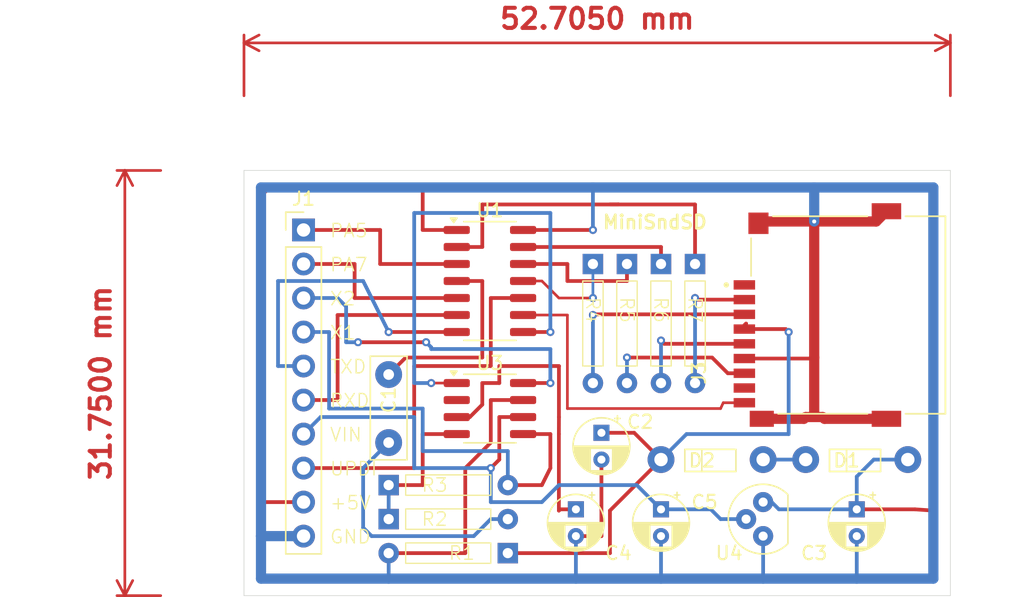
<source format=kicad_pcb>
(kicad_pcb (version 20240108) (generator "pcbnew") (generator_version "8.0")
  (layers (0 "F.Cu" signal) (31 "B.Cu" signal) (34 "B.Paste" user) (35 "F.Paste" user) (36 "B.SilkS" user "B.Silkscreen") (37 "F.SilkS" user "F.Silkscreen") (38 "B.Mask" user) (39 "F.Mask" user) (44 "Edge.Cuts" user))
  (net 0 "")
  (net 1 "Net-(U1-PA6)")
  (net 2 "Net-(C1-Pad2)")
  (net 4 "Net-(J1-Pin_10)")
  (net 5 "Net-(J1-Pin_9)")
  (net 6 "Net-(U3-FC1)")
  (net 7 "Net-(J1-Pin_7)")
  (net 8 "Net-(D1-Pad1)")
  (net 9 "Net-(J3-VDD)")
  (net 10 "Net-(J1-Pin_5)")
  (net 11 "Net-(J1-Pin_6)")
  (net 12 "Net-(J1-Pin_4)")
  (net 13 "Net-(J1-Pin_8)")
  (net 14 "Net-(J1-Pin_2)")
  (net 15 "Net-(J1-Pin_1)")
  (net 16 "Net-(J1-Pin_3)")
  (net 17 "Net-(J3-~{CS})")
  (net 18 "Net-(J3-SCK)")
  (net 19 "Net-(J3-MISO)")
  (net 20 "Net-(J3-MOSI)")
  (net 21 "Net-(U3-Vin)")
  (net 22 "Net-(U1-PB1)")
  (net 25 "Net-(U1-PA1)")
  (net 26 "Net-(U1-PA2)")
  (net 27 "Net-(U1-PA3)")
  (net 28 "Net-(U1-PA4)")
  (net 29 "Net-(J3-DET)")
  (footprint "Capacitor_THT:CP_Radial_D4.0mm_P2.00mm" (layer "F.Cu") (at 138.43 88.17 -90)
    (property "Reference" "C5" (at -0.54 -3.25 180) (layer "F.SilkS"))
    (property "Value" "CP_Small")
    (pad "1" thru_hole rect (at 0 0 270) (size 1.2 1.2) (drill 0.6) (layers "*.Cu" "*.Mask") (net 7 "Net-(J1-Pin_7)"))
    (pad "2" thru_hole circle (at 2 0 270) (size 1.2 1.2) (drill 0.6) (layers "*.Cu" "*.Mask") (net 4 "Net-(J1-Pin_10)"))
  )
  (footprint "0_Footprint:QWSlim" (layer "F.Cu") (at 138.43 69.85 -90)
    (property "Reference" "R6" (at 3.429 0 -90) (layer "F.SilkS") (effects (font (thickness 0.1))))
    (property "Value" "Resistor" (hide yes))
    (pad "1" thru_hole rect (at 0 0 270) (size 1.524 1.524) (drill 0.762) (layers "*.Cu" "*.Mask") (net 27 "Net-(U1-PA3)"))
    (pad "2" thru_hole circle (at 8.89 0 270) (size 1.524 1.524) (drill 0.762) (layers "*.Cu" "*.Mask") (net 18 "Net-(J3-SCK)"))
  )
  (footprint "Connector_PinHeader_2.54mm:PinHeader_1x10_P2.54mm_Vertical" (layer "F.Cu") (at 111.76 67.31)
    (property "Reference" "J1" (at 0 -2.33 0) (layer "F.SilkS"))
    (property "Value" "Conn_01x10_MaleP")
    (pad "1" thru_hole rect (at 0 0) (size 1.7 1.7) (drill 1) (layers "*.Cu" "*.Mask") (net 15 "Net-(J1-Pin_1)"))
    (pad "2" thru_hole oval (at 0 2.54) (size 1.7 1.7) (drill 1) (layers "*.Cu" "*.Mask") (net 14 "Net-(J1-Pin_2)"))
    (pad "3" thru_hole oval (at 0 5.08) (size 1.7 1.7) (drill 1) (layers "*.Cu" "*.Mask") (net 16 "Net-(J1-Pin_3)"))
    (pad "4" thru_hole oval (at 0 7.62) (size 1.7 1.7) (drill 1) (layers "*.Cu" "*.Mask") (net 12 "Net-(J1-Pin_4)"))
    (pad "5" thru_hole oval (at 0 10.16) (size 1.7 1.7) (drill 1) (layers "*.Cu" "*.Mask") (net 10 "Net-(J1-Pin_5)"))
    (pad "6" thru_hole oval (at 0 12.7) (size 1.7 1.7) (drill 1) (layers "*.Cu" "*.Mask") (net 11 "Net-(J1-Pin_6)"))
    (pad "7" thru_hole oval (at 0 15.24) (size 1.7 1.7) (drill 1) (layers "*.Cu" "*.Mask") (net 7 "Net-(J1-Pin_7)"))
    (pad "8" thru_hole oval (at 0 17.78) (size 1.7 1.7) (drill 1) (layers "*.Cu" "*.Mask") (net 13 "Net-(J1-Pin_8)"))
    (pad "9" thru_hole oval (at 0 20.32) (size 1.7 1.7) (drill 1) (layers "*.Cu" "*.Mask") (net 5 "Net-(J1-Pin_9)"))
    (pad "10" thru_hole oval (at 0 22.86) (size 1.7 1.7) (drill 1) (layers "*.Cu" "*.Mask") (net 4 "Net-(J1-Pin_10)"))
  )
  (footprint "0_Footprint:QWSlim" (layer "F.Cu") (at 127 91.44 180)
    (property "Reference" "R1" (at 3.429 0 0) (layer "F.SilkS") (effects (font (thickness 0.1))))
    (property "Value" "Resistor" (hide yes))
    (pad "1" thru_hole rect (at 0 0 180) (size 1.524 1.524) (drill 0.762) (layers "*.Cu" "*.Mask") (net 9 "Net-(J3-VDD)"))
    (pad "2" thru_hole circle (at 8.89 0 180) (size 1.524 1.524) (drill 0.762) (layers "*.Cu" "*.Mask") (net 4 "Net-(J1-Pin_10)"))
  )
  (footprint "0_Footprint:TO-92X" (layer "F.Cu") (at 146.05 90.17 90)
    (property "Reference" "U4" (at -1.27 -2.54 0) (layer "F.SilkS"))
    (property "Value" "MCP1702-5")
    (pad "1" thru_hole circle (at 0 0 90) (size 1.5 1.5) (drill 0.68) (layers "*.Cu" "*.Mask") (net 4 "Net-(J1-Pin_10)"))
    (pad "2" thru_hole circle (at 1.27 -1.27 90) (size 1.5 1.5) (drill 0.68) (layers "*.Cu" "*.Mask") (net 7 "Net-(J1-Pin_7)"))
    (pad "3" thru_hole circle (at 2.54 0 90) (size 1.5 1.5) (drill 0.68) (layers "*.Cu" "*.Mask") (net 5 "Net-(J1-Pin_9)"))
  )
  (footprint "0_Footprint:DO_PWR" (layer "F.Cu") (at 154.305 84.455)
    (property "Reference" "D1" (at -2.032 0.0635 0) (layer "F.SilkS"))
    (property "Value" "1N4004")
    (pad "1" thru_hole circle (at -5.08 0) (size 2 2) (drill 1) (layers "*.Cu" "*.Mask") (net 8 "Net-(D1-Pad1)"))
    (pad "2" thru_hole circle (at 2.54 0) (size 2 2) (drill 1) (layers "*.Cu" "*.Mask") (net 5 "Net-(J1-Pin_9)"))
  )
  (footprint "0_Footprint:DO_PWR" (layer "F.Cu") (at 143.51 84.455)
    (property "Reference" "D2" (at -2.032 0.0635 0) (layer "F.SilkS"))
    (property "Value" "1N4004")
    (pad "1" thru_hole circle (at -5.08 0) (size 2 2) (drill 1) (layers "*.Cu" "*.Mask") (net 9 "Net-(J3-VDD)"))
    (pad "2" thru_hole circle (at 2.54 0) (size 2 2) (drill 1) (layers "*.Cu" "*.Mask") (net 8 "Net-(D1-Pad1)"))
  )
  (footprint "Capacitor_THT:CP_Radial_D4.0mm_P2.00mm" (layer "F.Cu") (at 132.08 88.17 -90)
    (property "Reference" "C4" (at 3.27 -3.175 180) (layer "F.SilkS"))
    (property "Value" "CP_Small")
    (pad "1" thru_hole rect (at 0 0 270) (size 1.2 1.2) (drill 0.6) (layers "*.Cu" "*.Mask") (net 6 "Net-(U3-FC1)"))
    (pad "2" thru_hole circle (at 2 0 270) (size 1.2 1.2) (drill 0.6) (layers "*.Cu" "*.Mask") (net 4 "Net-(J1-Pin_10)"))
  )
  (footprint "Capacitor_THT:CP_Radial_D4.0mm_P2.00mm" (layer "F.Cu") (at 133.985 82.455 -90)
    (property "Reference" "C2" (at -0.8194 -2.8956 180) (layer "F.SilkS"))
    (property "Value" "CP_Small")
    (pad "1" thru_hole rect (at 0 0 270) (size 1.2 1.2) (drill 0.6) (layers "*.Cu" "*.Mask") (net 9 "Net-(J3-VDD)"))
    (pad "2" thru_hole circle (at 2 0 270) (size 1.2 1.2) (drill 0.6) (layers "*.Cu" "*.Mask") (net 4 "Net-(J1-Pin_10)"))
  )
  (footprint "0_Footprint:SD_Micro4A" (layer "F.Cu") (at 152.4 73.66 90)
    (property "Reference" "J3" (at -4.325 -11.135 -90) (layer "F.SilkS"))
    (property "Value" "SD_Micro_SPI")
    (pad "" np_thru_hole circle (at -4.95 3.25 90) (size 1 1) (drill 1) (layers "*.Cu" "*.Mask"))
    (pad "" np_thru_hole circle (at 3.05 3.25 90) (size 1 1) (drill 1) (layers "*.Cu" "*.Mask"))
    (pad "1" smd rect (at 2.25 -7.75 90) (size 0.7 1.6) (layers "F.Cu" "F.Paste" "F.Mask"))
    (pad "2" smd rect (at 1.15 -7.75 90) (size 0.7 1.6) (layers "F.Cu" "F.Paste" "F.Mask") (net 17 "Net-(J3-~{CS})"))
    (pad "3" smd rect (at 0.05 -7.75 90) (size 0.7 1.6) (layers "F.Cu" "F.Paste" "F.Mask") (net 20 "Net-(J3-MOSI)"))
    (pad "4" smd rect (at -1.05 -7.75 90) (size 0.7 1.6) (layers "F.Cu" "F.Paste" "F.Mask") (net 9 "Net-(J3-VDD)"))
    (pad "5" smd rect (at -2.15 -7.75 90) (size 0.7 1.6) (layers "F.Cu" "F.Paste" "F.Mask") (net 18 "Net-(J3-SCK)"))
    (pad "6" smd rect (at -3.25 -7.75 90) (size 0.7 1.6) (layers "F.Cu" "F.Paste" "F.Mask") (net 4 "Net-(J1-Pin_10)"))
    (pad "7" smd rect (at -4.35 -7.75 90) (size 0.7 1.6) (layers "F.Cu" "F.Paste" "F.Mask") (net 19 "Net-(J3-MISO)"))
    (pad "8" smd rect (at -5.45 -7.75 90) (size 0.7 1.6) (layers "F.Cu" "F.Paste" "F.Mask"))
    (pad "9" smd rect (at -6.55 -7.75 90) (size 0.7 1.6) (layers "F.Cu" "F.Paste" "F.Mask") (net 29 "Net-(J3-DET)"))
    (pad "10" smd rect (at -7.75 2.85 90) (size 1.2 2.2) (layers "F.Cu" "F.Paste" "F.Mask") (net 4 "Net-(J1-Pin_10)"))
    (pad "11" smd rect (at -7.75 -6.45 90) (size 1.2 1.8) (layers "F.Cu" "F.Paste" "F.Mask") (net 4 "Net-(J1-Pin_10)"))
    (pad "12" smd rect (at 6.85 -6.7 90) (size 1.6 1.5) (layers "F.Cu" "F.Paste" "F.Mask") (net 4 "Net-(J1-Pin_10)"))
    (pad "13" smd rect (at 7.75 2.85 90) (size 1.2 2.2) (layers "F.Cu" "F.Paste" "F.Mask") (net 4 "Net-(J1-Pin_10)"))
  )
  (footprint "0_Footprint:QWSlim" (layer "F.Cu") (at 118.11 86.36)
    (property "Reference" "R3" (at 3.429 0 0) (layer "F.SilkS") (effects (font (thickness 0.1))))
    (property "Value" "Resistor" (hide yes))
    (pad "1" thru_hole rect (at 0 0) (size 1.524 1.524) (drill 0.762) (layers "*.Cu" "*.Mask") (net 21 "Net-(U3-Vin)"))
    (pad "2" thru_hole circle (at 8.89 0) (size 1.524 1.524) (drill 0.762) (layers "*.Cu" "*.Mask") (net 12 "Net-(J1-Pin_4)"))
  )
  (footprint "0_Footprint:C_Disc1" (layer "F.Cu") (at 118.11 78.105 -90)
    (property "Reference" "C1" (at 1.905 0 90) (layer "F.SilkS"))
    (property "Value" "C_Disc")
    (pad "1" thru_hole circle (at 0 0 270) (size 2 2) (drill 0.8) (layers "*.Cu" "*.Mask") (net 1 "Net-(U1-PA6)"))
    (pad "2" thru_hole circle (at 5.08 0 270) (size 2 2) (drill 0.8) (layers "*.Cu" "*.Mask") (net 2 "Net-(C1-Pad2)"))
  )
  (footprint "Capacitor_THT:CP_Radial_D4.0mm_P2.00mm" (layer "F.Cu") (at 153.035 88.17 -90)
    (property "Reference" "C3" (at 3.27 3.175 180) (layer "F.SilkS"))
    (property "Value" "CP_Small")
    (pad "1" thru_hole rect (at 0 0 270) (size 1.2 1.2) (drill 0.6) (layers "*.Cu" "*.Mask") (net 5 "Net-(J1-Pin_9)"))
    (pad "2" thru_hole circle (at 2 0 270) (size 1.2 1.2) (drill 0.6) (layers "*.Cu" "*.Mask") (net 4 "Net-(J1-Pin_10)"))
  )
  (footprint "Package_SO:SOIC-14_3.9x8.7mm_P1.27mm" (layer "F.Cu") (at 125.665 71.12)
    (property "Reference" "U1" (at 0 -5.28 0) (layer "F.SilkS"))
    (property "Value" "ATtiny1614ss")
    (pad "1" smd roundrect (at -2.475 -3.81) (size 1.95 0.6) (layers "F.Cu" "F.Paste" "F.Mask") (net 5 "Net-(J1-Pin_9)"))
    (pad "2" smd roundrect (at -2.475 -2.54) (size 1.95 0.6) (layers "F.Cu" "F.Paste" "F.Mask") (net 28 "Net-(U1-PA4)"))
    (pad "3" smd roundrect (at -2.475 -1.27) (size 1.95 0.6) (layers "F.Cu" "F.Paste" "F.Mask") (net 15 "Net-(J1-Pin_1)"))
    (pad "4" smd roundrect (at -2.475 0) (size 1.95 0.6) (layers "F.Cu" "F.Paste" "F.Mask") (net 1 "Net-(U1-PA6)"))
    (pad "5" smd roundrect (at -2.475 1.27) (size 1.95 0.6) (layers "F.Cu" "F.Paste" "F.Mask") (net 14 "Net-(J1-Pin_2)"))
    (pad "6" smd roundrect (at -2.475 2.54) (size 1.95 0.6) (layers "F.Cu" "F.Paste" "F.Mask") (net 11 "Net-(J1-Pin_6)"))
    (pad "7" smd roundrect (at -2.475 3.81) (size 1.95 0.6) (layers "F.Cu" "F.Paste" "F.Mask") (net 10 "Net-(J1-Pin_5)"))
    (pad "8" smd roundrect (at 2.475 3.81) (size 1.95 0.6) (layers "F.Cu" "F.Paste" "F.Mask") (net 22 "Net-(U1-PB1)"))
    (pad "9" smd roundrect (at 2.475 2.54) (size 1.95 0.6) (layers "F.Cu" "F.Paste" "F.Mask") (net 29 "Net-(J3-DET)"))
    (pad "10" smd roundrect (at 2.475 1.27) (size 1.95 0.6) (layers "F.Cu" "F.Paste" "F.Mask") (net 13 "Net-(J1-Pin_8)"))
    (pad "11" smd roundrect (at 2.475 0) (size 1.95 0.6) (layers "F.Cu" "F.Paste" "F.Mask") (net 25 "Net-(U1-PA1)"))
    (pad "12" smd roundrect (at 2.475 -1.27) (size 1.95 0.6) (layers "F.Cu" "F.Paste" "F.Mask") (net 26 "Net-(U1-PA2)"))
    (pad "13" smd roundrect (at 2.475 -2.54) (size 1.95 0.6) (layers "F.Cu" "F.Paste" "F.Mask") (net 27 "Net-(U1-PA3)"))
    (pad "14" smd roundrect (at 2.475 -3.81) (size 1.95 0.6) (layers "F.Cu" "F.Paste" "F.Mask") (net 4 "Net-(J1-Pin_10)"))
  )
  (footprint "Package_SO:SOIC-8_3.9x4.9mm_P1.27mm" (layer "F.Cu") (at 125.665 80.645)
    (property "Reference" "U3" (at 0 -3.4 0) (layer "F.SilkS"))
    (property "Value" "MC34119SS")
    (pad "1" smd roundrect (at -2.475 -1.905) (size 1.95 0.6) (layers "F.Cu" "F.Paste" "F.Mask") (net 22 "Net-(U1-PB1)"))
    (pad "2" smd roundrect (at -2.475 -0.635) (size 1.95 0.6) (layers "F.Cu" "F.Paste" "F.Mask"))
    (pad "3" smd roundrect (at -2.475 0.635) (size 1.95 0.6) (layers "F.Cu" "F.Paste" "F.Mask") (net 6 "Net-(U3-FC1)"))
    (pad "4" smd roundrect (at -2.475 1.905) (size 1.95 0.6) (layers "F.Cu" "F.Paste" "F.Mask") (net 21 "Net-(U3-Vin)"))
    (pad "5" smd roundrect (at 2.475 1.905) (size 1.95 0.6) (layers "F.Cu" "F.Paste" "F.Mask") (net 12 "Net-(J1-Pin_4)"))
    (pad "6" smd roundrect (at 2.475 0.635) (size 1.95 0.6) (layers "F.Cu" "F.Paste" "F.Mask") (net 7 "Net-(J1-Pin_7)"))
    (pad "7" smd roundrect (at 2.475 -0.635) (size 1.95 0.6) (layers "F.Cu" "F.Paste" "F.Mask") (net 4 "Net-(J1-Pin_10)"))
    (pad "8" smd roundrect (at 2.475 -1.905) (size 1.95 0.6) (layers "F.Cu" "F.Paste" "F.Mask") (net 16 "Net-(J1-Pin_3)"))
  )
  (footprint "0_Footprint:QWSlim" (layer "F.Cu") (at 140.97 69.85 -90)
    (property "Reference" "R7" (at 3.429 0 -90) (layer "F.SilkS") (effects (font (thickness 0.1))))
    (property "Value" "Resistor" (hide yes))
    (pad "1" thru_hole rect (at 0 0 270) (size 1.524 1.524) (drill 0.762) (layers "*.Cu" "*.Mask") (net 28 "Net-(U1-PA4)"))
    (pad "2" thru_hole circle (at 8.89 0 270) (size 1.524 1.524) (drill 0.762) (layers "*.Cu" "*.Mask") (net 17 "Net-(J3-~{CS})"))
  )
  (footprint "0_Footprint:QWSlim" (layer "F.Cu") (at 135.89 69.85 -90)
    (property "Reference" "R5" (at 3.429 0 -90) (layer "F.SilkS") (effects (font (thickness 0.1))))
    (property "Value" "Resistor" (hide yes))
    (pad "1" thru_hole rect (at 0 0 270) (size 1.524 1.524) (drill 0.762) (layers "*.Cu" "*.Mask") (net 26 "Net-(U1-PA2)"))
    (pad "2" thru_hole circle (at 8.89 0 270) (size 1.524 1.524) (drill 0.762) (layers "*.Cu" "*.Mask") (net 19 "Net-(J3-MISO)"))
  )
  (footprint "0_Footprint:QWSlim" (layer "F.Cu") (at 118.11 88.9)
    (property "Reference" "R2" (at 3.429 0 0) (layer "F.SilkS") (effects (font (thickness 0.1))))
    (property "Value" "Resistor" (hide yes))
    (pad "1" thru_hole rect (at 0 0) (size 1.524 1.524) (drill 0.762) (layers "*.Cu" "*.Mask") (net 21 "Net-(U3-Vin)"))
    (pad "2" thru_hole circle (at 8.89 0) (size 1.524 1.524) (drill 0.762) (layers "*.Cu" "*.Mask") (net 2 "Net-(C1-Pad2)"))
  )
  (footprint "0_Footprint:QWSlim" (layer "F.Cu") (at 133.35 69.85 -90)
    (property "Reference" "R4" (at 3.429 0 -90) (layer "F.SilkS") (effects (font (thickness 0.1))))
    (property "Value" "Resistor" (hide yes))
    (pad "1" thru_hole rect (at 0 0 270) (size 1.524 1.524) (drill 0.762) (layers "*.Cu" "*.Mask") (net 25 "Net-(U1-PA1)"))
    (pad "2" thru_hole circle (at 8.89 0 270) (size 1.524 1.524) (drill 0.762) (layers "*.Cu" "*.Mask") (net 20 "Net-(J3-MOSI)"))
  )
  (gr_line (start 107.315 62.865) (end 160.02 62.865) (stroke (width 0.05)) (layer "Edge.Cuts"))
  (gr_line (start 107.315 94.615) (end 107.315 62.865) (stroke (width 0.05)) (layer "Edge.Cuts"))
  (gr_line (start 160.02 94.615) (end 107.315 94.615) (stroke (width 0.05)) (layer "Edge.Cuts"))
  (gr_line (start 160.02 62.865) (end 160.02 94.615) (stroke (width 0.05)) (layer "Edge.Cuts"))
  (gr_text "PA7" (at 113.665 70.485 0) (layer "F.SilkS") (effects (font (size 1 1) (thickness 0.1)) (justify left bottom)))
  (gr_text "+5V" (at 113.665 88.265 0) (layer "F.SilkS") (effects (font (size 1 1) (thickness 0.1)) (justify left bottom)))
  (gr_text "X2" (at 113.665 73.025 0) (layer "F.SilkS") (effects (font (size 1 1) (thickness 0.1)) (justify left bottom)))
  (gr_text "TXD" (at 113.665 78.105 0) (layer "F.SilkS") (effects (font (size 1 1) (thickness 0.1)) (justify left bottom)))
  (gr_text "GND" (at 113.665 90.805 0) (layer "F.SilkS") (effects (font (size 1 1) (thickness 0.1)) (justify left bottom)))
  (gr_text "RXD" (at 113.665 80.645 0) (layer "F.SilkS") (effects (font (size 1 1) (thickness 0.1)) (justify left bottom)))
  (gr_text "X1" (at 113.665 75.565 0) (layer "F.SilkS") (effects (font (size 1 1) (thickness 0.1)) (justify left bottom)))
  (gr_text "MiniSndSD" (at 133.985 67.31 0) (layer "F.SilkS") (effects (font (size 1 1) (thickness 0.2) (bold yes)) (justify left bottom)))
  (gr_text "UPDI" (at 113.665 85.725 0) (layer "F.SilkS") (effects (font (size 1 1) (thickness 0.1)) (justify left bottom)))
  (gr_text "PA5" (at 113.665 67.945 0) (layer "F.SilkS") (effects (font (size 1 1) (thickness 0.1)) (justify left bottom)))
  (gr_text "VIN" (at 113.665 83.185 0) (layer "F.SilkS") (effects (font (size 1 1) (thickness 0.1)) (justify left bottom)))
  (dimension (type aligned) (layer "F.Cu") (pts (xy 101.6 62.865) (xy 101.6 94.615)) (height 3.175) (gr_text "1250.0000 mils" (at 96.625 78.74 90) (layer "F.Cu") (effects (font (size 1.5 1.5) (thickness 0.3)))) (format (prefix "") (suffix "") (units 3) (units_format 1) (precision 4)) (style (thickness 0.2) (arrow_length 1.27) (text_position_mode 0) (extension_height 0.58642) (extension_offset 0.5) keep_text_aligned))
  (dimension (type aligned) (layer "F.Cu") (pts (xy 107.315 57.785) (xy 160.02 57.785)) (height -4.445) (gr_text "2075.0000 mils" (at 133.6675 51.54 0) (layer "F.Cu") (effects (font (size 1.5 1.5) (thickness 0.3)))) (format (prefix "") (suffix "") (units 3) (units_format 1) (precision 4)) (style (thickness 0.2) (arrow_length 1.27) (text_position_mode 0) (extension_height 0.58642) (extension_offset 0.5) keep_text_aligned))
  (segment (start 123.19 71.12) (end 125.095 71.12) (width 0.2794) (layer "F.Cu") (net 1))
  (segment (start 125.095 76.835) (end 119.38 76.835) (width 0.2794) (layer "F.Cu") (net 1))
  (segment (start 125.095 71.12) (end 125.095 76.835) (width 0.2794) (layer "F.Cu") (net 1))
  (segment (start 119.38 76.835) (end 118.11 78.105) (width 0.2794) (layer "F.Cu") (net 1))
  (segment (start 116.205 89.535) (end 116.205 85.09) (width 0.2794) (layer "B.Cu") (net 2))
  (segment (start 125.73 88.9) (end 127 88.9) (width 0.2794) (layer "B.Cu") (net 2))
  (segment (start 116.205 89.535) (end 116.84 90.17) (width 0.2794) (layer "B.Cu") (net 2))
  (segment (start 116.205 85.09) (end 118.11 83.185) (width 0.2794) (layer "B.Cu") (net 2))
  (segment (start 124.46 90.17) (end 125.73 88.9) (width 0.2794) (layer "B.Cu") (net 2))
  (segment (start 116.84 90.17) (end 124.46 90.17) (width 0.2794) (layer "B.Cu") (net 2))
  (segment (start 145.835 66.675) (end 145.7 66.81) (width 0.762) (layer "F.Cu") (net 4))
  (segment (start 149.86 66.675) (end 145.835 66.675) (width 0.762) (layer "F.Cu") (net 4))
  (segment (start 149.86 66.675) (end 149.86 76.835) (width 0.762) (layer "F.Cu") (net 4))
  (segment (start 149.86 76.835) (end 149.86 81.28) (width 0.762) (layer "F.Cu") (net 4))
  (segment (start 125.73 83.185) (end 123.825 85.09) (width 0.2794) (layer "F.Cu") (net 4))
  (segment (start 149.86 81.28) (end 150.495 81.28) (width 0.762) (layer "F.Cu") (net 4))
  (segment (start 149.225 81.28) (end 149.095 81.41) (width 0.762) (layer "F.Cu") (net 4))
  (segment (start 149.095 81.41) (end 145.95 81.41) (width 0.762) (layer "F.Cu") (net 4))
  (segment (start 133.985 90.17) (end 132.08 90.17) (width 0.2794) (layer "F.Cu") (net 4))
  (segment (start 128.14 80.01) (end 125.73 80.01) (width 0.2794) (layer "F.Cu") (net 4))
  (segment (start 154.485 66.675) (end 155.25 65.91) (width 0.762) (layer "F.Cu") (net 4))
  (segment (start 133.985 84.455) (end 133.985 90.17) (width 0.2794) (layer "F.Cu") (net 4))
  (segment (start 149.86 81.28) (end 149.225 81.28) (width 0.762) (layer "F.Cu") (net 4))
  (segment (start 128.14 67.31) (end 133.35 67.31) (width 0.2794) (layer "F.Cu") (net 4))
  (segment (start 125.73 80.01) (end 125.73 83.185) (width 0.2794) (layer "F.Cu") (net 4))
  (segment (start 123.825 85.09) (end 123.825 91.44) (width 0.2794) (layer "F.Cu") (net 4))
  (segment (start 144.65 76.91) (end 149.785 76.91) (width 0.2794) (layer "F.Cu") (net 4))
  (segment (start 149.86 66.675) (end 154.485 66.675) (width 0.762) (layer "F.Cu") (net 4))
  (segment (start 149.785 76.91) (end 149.86 76.835) (width 0.2794) (layer "F.Cu") (net 4))
  (segment (start 150.495 81.28) (end 150.625 81.41) (width 0.762) (layer "F.Cu") (net 4))
  (segment (start 123.825 91.44) (end 118.11 91.44) (width 0.2794) (layer "F.Cu") (net 4))
  (segment (start 150.625 81.41) (end 155.25 81.41) (width 0.762) (layer "F.Cu") (net 4))
  (via (at 133.35 67.31) (size 0.6) (drill 0.3) (layers "F.Cu" "B.Cu") (net 4))
  (via (at 149.86 66.675) (size 0.6) (drill 0.3) (layers "F.Cu" "B.Cu") (net 4))
  (segment (start 158.75 64.135) (end 158.75 93.345) (width 0.762) (layer "B.Cu") (net 4))
  (segment (start 133.35 67.31) (end 133.35 64.135) (width 0.2794) (layer "B.Cu") (net 4))
  (segment (start 118.11 91.44) (end 118.11 93.345) (width 0.2794) (layer "B.Cu") (net 4))
  (segment (start 153.035 90.17) (end 153.035 93.345) (width 0.2794) (layer "B.Cu") (net 4))
  (segment (start 108.585 90.17) (end 108.585 64.135) (width 0.762) (layer "B.Cu") (net 4))
  (segment (start 149.86 64.135) (end 149.86 66.675) (width 0.762) (layer "B.Cu") (net 4))
  (segment (start 108.585 64.135) (end 133.35 64.135) (width 0.762) (layer "B.Cu") (net 4))
  (segment (start 111.76 90.17) (end 108.585 90.17) (width 0.762) (layer "B.Cu") (net 4))
  (segment (start 132.08 93.345) (end 118.11 93.345) (width 0.762) (layer "B.Cu") (net 4))
  (segment (start 118.11 93.345) (end 108.585 93.345) (width 0.762) (layer "B.Cu") (net 4))
  (segment (start 146.05 90.17) (end 146.05 93.345) (width 0.2794) (layer "B.Cu") (net 4))
  (segment (start 138.43 90.17) (end 138.43 93.345) (width 0.2794) (layer "B.Cu") (net 4))
  (segment (start 108.585 93.345) (end 108.585 90.17) (width 0.762) (layer "B.Cu") (net 4))
  (segment (start 158.75 93.345) (end 153.035 93.345) (width 0.762) (layer "B.Cu") (net 4))
  (segment (start 133.35 64.135) (end 149.86 64.135) (width 0.762) (layer "B.Cu") (net 4))
  (segment (start 146.05 93.345) (end 138.43 93.345) (width 0.762) (layer "B.Cu") (net 4))
  (segment (start 149.86 64.135) (end 158.75 64.135) (width 0.762) (layer "B.Cu") (net 4))
  (segment (start 132.08 90.17) (end 132.08 93.345) (width 0.2794) (layer "B.Cu") (net 4))
  (segment (start 153.035 93.345) (end 146.05 93.345) (width 0.762) (layer "B.Cu") (net 4))
  (segment (start 138.43 93.345) (end 132.08 93.345) (width 0.762) (layer "B.Cu") (net 4))
  (segment (start 108.585 83.59749) (end 108.585 87.63) (width 0.2794) (layer "F.Cu") (net 5))
  (segment (start 123.19 67.31) (end 120.65 67.31) (width 0.2794) (layer "F.Cu") (net 5))
  (segment (start 108.585 93.345) (end 158.75 93.345) (width 0.2794) (layer "F.Cu") (net 5))
  (segment (start 108.585 87.63) (end 108.585 93.345) (width 0.2794) (layer "F.Cu") (net 5))
  (segment (start 109.22 64.135) (end 108.585 64.77) (width 0.2794) (layer "F.Cu") (net 5))
  (segment (start 153.035 88.17) (end 157.385 88.17) (width 0.2794) (layer "F.Cu") (net 5))
  (segment (start 111.76 87.63) (end 108.585 87.63) (width 0.2794) (layer "F.Cu") (net 5))
  (segment (start 158.75 88.265) (end 158.75 64.135) (width 0.2794) (layer "F.Cu") (net 5))
  (segment (start 157.385 88.17) (end 158.75 88.265) (width 0.2794) (layer "F.Cu") (net 5))
  (segment (start 120.65 64.135) (end 109.22 64.135) (width 0.2794) (layer "F.Cu") (net 5))
  (segment (start 108.585 64.77) (end 108.585 83.59749) (width 0.2794) (layer "F.Cu") (net 5))
  (segment (start 158.75 64.135) (end 120.65 64.135) (width 0.2794) (layer "F.Cu") (net 5))
  (segment (start 120.65 67.31) (end 120.65 64.135) (width 0.2794) (layer "F.Cu") (net 5))
  (segment (start 158.75 93.345) (end 158.75 88.265) (width 0.2794) (layer "F.Cu") (net 5))
  (segment (start 154.305 84.455) (end 153.035 85.725) (width 0.2794) (layer "B.Cu") (net 5))
  (segment (start 153.035 85.725) (end 153.035 88.17) (width 0.2794) (layer "B.Cu") (net 5))
  (segment (start 146.685 87.63) (end 147.225 88.17) (width 0.2794) (layer "B.Cu") (net 5))
  (segment (start 146.05 87.63) (end 146.685 87.63) (width 0.2794) (layer "B.Cu") (net 5))
  (segment (start 156.845 84.455) (end 154.305 84.455) (width 0.2794) (layer "B.Cu") (net 5))
  (segment (start 147.225 88.17) (end 153.035 88.17) (width 0.2794) (layer "B.Cu") (net 5))
  (segment (start 123.19 81.28) (end 124.164999 81.28) (width 0.2794) (layer "F.Cu") (net 6))
  (segment (start 130.81 88.265) (end 130.905 88.17) (width 0.2794) (layer "F.Cu") (net 6))
  (segment (start 130.81 82.55) (end 130.81 88.265) (width 0.2794) (layer "F.Cu") (net 6))
  (segment (start 125.095 80.349999) (end 125.095 78.74) (width 0.2794) (layer "F.Cu") (net 6))
  (segment (start 126.365 78.74) (end 126.365 77.47) (width 0.2794) (layer "F.Cu") (net 6))
  (segment (start 130.8147 81.2847) (end 130.81 82.55) (width 0.2794) (layer "F.Cu") (net 6))
  (segment (start 130.8147 77.4747) (end 130.8147 81.2847) (width 0.2794) (layer "F.Cu") (net 6))
  (segment (start 130.81 77.47) (end 130.8147 77.4747) (width 0.2794) (layer "F.Cu") (net 6))
  (segment (start 126.365 77.47) (end 130.81 77.47) (width 0.2794) (layer "F.Cu") (net 6))
  (segment (start 125.095 78.74) (end 126.365 78.74) (width 0.2794) (layer "F.Cu") (net 6))
  (segment (start 130.905 88.17) (end 132.08 88.17) (width 0.2794) (layer "F.Cu") (net 6))
  (segment (start 124.164999 81.28) (end 125.095 80.349999) (width 0.2794) (layer "F.Cu") (net 6))
  (segment (start 128.14 81.28) (end 126.365 81.28) (width 0.2794) (layer "F.Cu") (net 7))
  (segment (start 126.365 84.455) (end 125.73 85.09) (width 0.2794) (layer "F.Cu") (net 7))
  (segment (start 126.365 81.28) (end 126.365 84.455) (width 0.2794) (layer "F.Cu") (net 7))
  (via (at 125.73 85.09) (size 0.6) (drill 0.3) (layers "F.Cu" "B.Cu") (net 7))
  (segment (start 142.145 88.17) (end 142.875 88.9) (width 0.2794) (layer "B.Cu") (net 7))
  (segment (start 138.43 88.17) (end 142.145 88.17) (width 0.2794) (layer "B.Cu") (net 7))
  (segment (start 113.03 81.28) (end 111.76 82.55) (width 0.2794) (layer "B.Cu") (net 7))
  (segment (start 142.875 88.9) (end 144.78 88.9) (width 0.2794) (layer "B.Cu") (net 7))
  (segment (start 120.015 85.09) (end 120.015 81.28) (width 0.2794) (layer "B.Cu") (net 7))
  (segment (start 125.73 85.09) (end 120.015 85.09) (width 0.2794) (layer "B.Cu") (net 7))
  (segment (start 129.54 87.63) (end 130.81 86.36) (width 0.2794) (layer "B.Cu") (net 7))
  (segment (start 125.73 87.63) (end 129.54 87.63) (width 0.2794) (layer "B.Cu") (net 7))
  (segment (start 136.62 86.36) (end 138.43 88.17) (width 0.2794) (layer "B.Cu") (net 7))
  (segment (start 120.015 81.28) (end 113.03 81.28) (width 0.2794) (layer "B.Cu") (net 7))
  (segment (start 125.73 85.09) (end 125.73 87.63) (width 0.2794) (layer "B.Cu") (net 7))
  (segment (start 130.81 86.36) (end 136.62 86.36) (width 0.2794) (layer "B.Cu") (net 7))
  (segment (start 146.05 84.455) (end 149.225 84.455) (width 0.2794) (layer "B.Cu") (net 8))
  (segment (start 136.43 82.455) (end 138.43 84.455) (width 0.2794) (layer "F.Cu") (net 9))
  (segment (start 134.62 91.44) (end 134.62 88.265) (width 0.2794) (layer "F.Cu") (net 9))
  (segment (start 134.62 91.44) (end 127 91.44) (width 0.2794) (layer "F.Cu") (net 9))
  (segment (start 133.985 82.455) (end 136.43 82.455) (width 0.2794) (layer "F.Cu") (net 9))
  (segment (start 144.65 74.71) (end 147.735 74.71) (width 0.2794) (layer "F.Cu") (net 9))
  (segment (start 147.735 74.71) (end 147.955 74.93) (width 0.2794) (layer "F.Cu") (net 9))
  (segment (start 144.65 74.425) (end 144.7753 74.2997) (width 0.2794) (layer "F.Cu") (net 9))
  (segment (start 144.65 74.71) (end 144.65 74.425) (width 0.2794) (layer "F.Cu") (net 9))
  (segment (start 144.7753 74.2997) (end 144.78 74.2997) (width 0.2794) (layer "F.Cu") (net 9))
  (segment (start 134.62 88.265) (end 138.43 84.455) (width 0.2794) (layer "F.Cu") (net 9))
  (via (at 147.955 74.93) (size 0.6) (drill 0.3) (layers "F.Cu" "B.Cu") (net 9))
  (segment (start 140.335 82.55) (end 138.43 84.455) (width 0.2794) (layer "B.Cu") (net 9))
  (segment (start 147.955 82.55) (end 140.335 82.55) (width 0.2794) (layer "B.Cu") (net 9))
  (segment (start 147.955 74.93) (end 147.955 82.55) (width 0.2794) (layer "B.Cu") (net 9))
  (segment (start 123.19 74.93) (end 118.11 74.93) (width 0.2794) (layer "F.Cu") (net 10))
  (via (at 118.11 74.93) (size 0.6) (drill 0.3) (layers "F.Cu" "B.Cu") (net 10))
  (segment (start 116.205 71.12) (end 109.855 71.12) (width 0.2794) (layer "B.Cu") (net 10))
  (segment (start 118.11 74.93) (end 116.205 71.12) (width 0.2794) (layer "B.Cu") (net 10))
  (segment (start 109.855 71.12) (end 109.855 77.47) (width 0.2794) (layer "B.Cu") (net 10))
  (segment (start 109.855 77.47) (end 111.76 77.47) (width 0.2794) (layer "B.Cu") (net 10))
  (segment (start 114.3 80.01) (end 111.76 80.01) (width 0.2794) (layer "F.Cu") (net 11))
  (segment (start 114.3 73.66) (end 114.3 80.01) (width 0.2794) (layer "F.Cu") (net 11))
  (segment (start 123.19 73.66) (end 114.3 73.66) (width 0.2794) (layer "F.Cu") (net 11))
  (segment (start 128.14 82.55) (end 130.175 82.55) (width 0.2794) (layer "F.Cu") (net 12))
  (segment (start 130.175 85.09) (end 129.54 86.36) (width 0.2794) (layer "F.Cu") (net 12))
  (segment (start 130.175 82.55) (end 130.175 85.09) (width 0.2794) (layer "F.Cu") (net 12))
  (segment (start 129.54 86.36) (end 127 86.36) (width 0.2794) (layer "F.Cu") (net 12))
  (segment (start 127 83.82) (end 127 86.36) (width 0.2794) (layer "B.Cu") (net 12))
  (segment (start 113.665 74.93) (end 113.665 80.645) (width 0.2794) (layer "B.Cu") (net 12))
  (segment (start 120.65 83.82) (end 127 83.82) (width 0.2794) (layer "B.Cu") (net 12))
  (segment (start 120.65 80.645) (end 120.65 83.82) (width 0.2794) (layer "B.Cu") (net 12))
  (segment (start 113.665 80.645) (end 120.65 80.645) (width 0.2794) (layer "B.Cu") (net 12))
  (segment (start 111.76 74.93) (end 113.665 74.93) (width 0.2794) (layer "B.Cu") (net 12))
  (segment (start 125.73 72.39) (end 125.73 77.47) (width 0.2794) (layer "F.Cu") (net 13))
  (segment (start 120.015 85.09) (end 111.76 85.09) (width 0.2794) (layer "F.Cu") (net 13))
  (segment (start 128.14 72.39) (end 125.73 72.39) (width 0.2794) (layer "F.Cu") (net 13))
  (segment (start 120.015 77.47) (end 120.015 85.09) (width 0.2794) (layer "F.Cu") (net 13))
  (segment (start 125.73 77.47) (end 120.015 77.47) (width 0.2794) (layer "F.Cu") (net 13))
  (segment (start 123.19 72.39) (end 115.57 72.39) (width 0.2794) (layer "F.Cu") (net 14))
  (segment (start 115.57 72.39) (end 115.57 69.85) (width 0.2794) (layer "F.Cu") (net 14))
  (segment (start 115.57 69.85) (end 111.76 69.85) (width 0.2794) (layer "F.Cu") (net 14))
  (segment (start 123.19 69.85) (end 117.475 69.85) (width 0.2794) (layer "F.Cu") (net 15))
  (segment (start 117.475 67.31) (end 111.76 67.31) (width 0.2794) (layer "F.Cu") (net 15))
  (segment (start 117.475 69.85) (end 117.475 67.31) (width 0.2794) (layer "F.Cu") (net 15))
  (segment (start 128.14 78.74) (end 130.175 78.74) (width 0.2794) (layer "F.Cu") (net 16))
  (segment (start 120.904 75.692) (end 115.824 75.692) (width 0.2794) (layer "F.Cu") (net 16))
  (via (at 120.904 75.692) (size 0.6) (drill 0.3) (layers "F.Cu" "B.Cu") (net 16))
  (via (at 115.824 75.692) (size 0.6) (drill 0.3) (layers "F.Cu" "B.Cu") (net 16))
  (via (at 130.175 78.74) (size 0.6) (drill 0.3) (layers "F.Cu" "B.Cu") (net 16))
  (segment (start 121.285 76.073) (end 120.904 75.692) (width 0.2794) (layer "B.Cu") (net 16))
  (segment (start 115.824 75.692) (end 114.935 75.692) (width 0.2794) (layer "B.Cu") (net 16))
  (segment (start 114.935 73.025) (end 114.3 72.39) (width 0.2794) (layer "B.Cu") (net 16))
  (segment (start 114.935 75.692) (end 114.935 73.025) (width 0.2794) (layer "B.Cu") (net 16))
  (segment (start 121.285 76.2) (end 121.285 76.073) (width 0.2794) (layer "B.Cu") (net 16))
  (segment (start 130.175 78.74) (end 130.175 76.2) (width 0.2794) (layer "B.Cu") (net 16))
  (segment (start 130.175 76.2) (end 121.285 76.2) (width 0.2794) (layer "B.Cu") (net 16))
  (segment (start 114.3 72.39) (end 111.76 72.39) (width 0.2794) (layer "B.Cu") (net 16))
  (segment (start 141.09 72.51) (end 140.97 72.39) (width 0.2794) (layer "F.Cu") (net 17))
  (segment (start 144.65 72.51) (end 141.09 72.51) (width 0.2794) (layer "F.Cu") (net 17))
  (via (at 140.97 72.39) (size 0.6) (drill 0.3) (layers "F.Cu" "B.Cu") (net 17))
  (segment (start 140.97 72.39) (end 140.97 78.74) (width 0.2794) (layer "B.Cu") (net 17))
  (segment (start 144.65 75.81) (end 138.675 75.81) (width 0.2794) (layer "F.Cu") (net 18))
  (segment (start 138.675 75.81) (end 138.43 75.565) (width 0.2794) (layer "F.Cu") (net 18))
  (via (at 138.43 75.565) (size 0.6) (drill 0.3) (layers "F.Cu" "B.Cu") (net 18))
  (segment (start 138.43 75.565) (end 138.43 78.74) (width 0.2794) (layer "B.Cu") (net 18))
  (segment (start 142.24 76.835) (end 141.605 76.835) (width 0.2794) (layer "F.Cu") (net 19))
  (segment (start 144.65 78.01) (end 143.415 78.01) (width 0.2794) (layer "F.Cu") (net 19))
  (segment (start 141.605 76.835) (end 135.89 76.835) (width 0.2794) (layer "F.Cu") (net 19))
  (segment (start 143.415 78.01) (end 142.24 76.835) (width 0.2794) (layer "F.Cu") (net 19))
  (via (at 135.89 76.835) (size 0.6) (drill 0.3) (layers "F.Cu" "B.Cu") (net 19))
  (segment (start 135.89 76.835) (end 135.89 78.74) (width 0.2794) (layer "B.Cu") (net 19))
  (segment (start 144.65 73.61) (end 133.4 73.61) (width 0.2794) (layer "F.Cu") (net 20))
  (segment (start 133.4 73.61) (end 133.35 73.66) (width 0.2794) (layer "F.Cu") (net 20))
  (via (at 133.35 73.66) (size 0.6) (drill 0.3) (layers "F.Cu" "B.Cu") (net 20))
  (segment (start 133.35 73.66) (end 133.35 78.74) (width 0.2794) (layer "B.Cu") (net 20))
  (segment (start 123.19 82.55) (end 120.65 82.55) (width 0.2794) (layer "F.Cu") (net 21))
  (segment (start 120.65 82.55) (end 120.65 86.36) (width 0.2794) (layer "F.Cu") (net 21))
  (segment (start 120.65 86.36) (end 118.11 86.36) (width 0.2794) (layer "F.Cu") (net 21))
  (segment (start 118.11 86.36) (end 118.11 88.9) (width 0.2794) (layer "B.Cu") (net 21))
  (segment (start 128.14 74.93) (end 130.175 74.93) (width 0.2794) (layer "F.Cu") (net 22))
  (segment (start 123.19 78.74) (end 121.285 78.74) (width 0.2) (layer "F.Cu") (net 22))
  (via (at 121.285 78.74) (size 0.6) (drill 0.3) (layers "F.Cu" "B.Cu") (net 22))
  (via (at 130.175 74.93) (size 0.6) (drill 0.3) (layers "F.Cu" "B.Cu") (net 22))
  (segment (start 120.015 66.04) (end 130.175 66.04) (width 0.2794) (layer "B.Cu") (net 22))
  (segment (start 120.015 78.74) (end 120.015 66.04) (width 0.2794) (layer "B.Cu") (net 22))
  (segment (start 130.175 66.04) (end 130.175 74.93) (width 0.2794) (layer "B.Cu") (net 22))
  (segment (start 120.015 78.74) (end 121.285 78.74) (width 0.2794) (layer "B.Cu") (net 22))
  (segment (start 130.81 72.39) (end 133.35 72.39) (width 0.2) (layer "F.Cu") (net 25))
  (segment (start 129.54 71.12) (end 130.81 72.39) (width 0.2) (layer "F.Cu") (net 25))
  (segment (start 128.14 71.12) (end 129.54 71.12) (width 0.2) (layer "F.Cu") (net 25))
  (via (at 133.35 72.39) (size 0.6) (drill 0.3) (layers "F.Cu" "B.Cu") (net 25))
  (segment (start 133.35 72.39) (end 133.35 69.85) (width 0.2) (layer "B.Cu") (net 25))
  (segment (start 128.14 69.85) (end 131.445 69.85) (width 0.2794) (layer "F.Cu") (net 26))
  (segment (start 131.445 71.12) (end 135.89 71.12) (width 0.2794) (layer "F.Cu") (net 26))
  (segment (start 131.445 69.85) (end 131.445 71.12) (width 0.2794) (layer "F.Cu") (net 26))
  (segment (start 135.89 71.12) (end 135.89 69.85) (width 0.2794) (layer "F.Cu") (net 26))
  (segment (start 128.14 68.58) (end 138.43 68.58) (width 0.2794) (layer "F.Cu") (net 27))
  (segment (start 138.43 68.58) (end 138.43 69.85) (width 0.2794) (layer "F.Cu") (net 27))
  (segment (start 123.19 68.58) (end 125.095 68.58) (width 0.2794) (layer "F.Cu") (net 28))
  (segment (start 125.095 65.405) (end 135.255 65.405) (width 0.2794) (layer "F.Cu") (net 28))
  (segment (start 125.095 68.58) (end 125.095 65.405) (width 0.2794) (layer "F.Cu") (net 28))
  (segment (start 135.255 65.405) (end 134.62 65.405) (width 0.2794) (layer "F.Cu") (net 28))
  (segment (start 135.255 65.405) (end 140.97 65.405) (width 0.2794) (layer "F.Cu") (net 28))
  (segment (start 140.97 65.405) (end 140.97 69.85) (width 0.2794) (layer "F.Cu") (net 28))
  (segment (start 143.075 80.21) (end 144.65 80.21) (width 0.2) (layer "F.Cu") (net 29))
  (segment (start 131.445 73.66) (end 131.445 80.645) (width 0.2) (layer "F.Cu") (net 29))
  (segment (start 128.14 73.66) (end 131.445 73.66) (width 0.2) (layer "F.Cu") (net 29))
  (segment (start 142.875 80.645) (end 143.075 80.21) (width 0.2) (layer "F.Cu") (net 29))
  (segment (start 131.445 80.645) (end 142.875 80.645) (width 0.2) (layer "F.Cu") (net 29))
)
</source>
